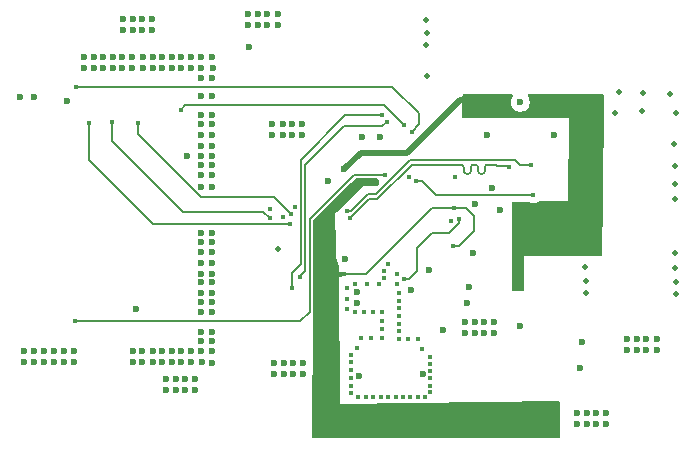
<source format=gbl>
G04 #@! TF.GenerationSoftware,KiCad,Pcbnew,9.0.1*
G04 #@! TF.CreationDate,2025-08-05T19:10:54+03:00*
G04 #@! TF.ProjectId,com_board,636f6d5f-626f-4617-9264-2e6b69636164,rev?*
G04 #@! TF.SameCoordinates,Original*
G04 #@! TF.FileFunction,Copper,L4,Bot*
G04 #@! TF.FilePolarity,Positive*
%FSLAX46Y46*%
G04 Gerber Fmt 4.6, Leading zero omitted, Abs format (unit mm)*
G04 Created by KiCad (PCBNEW 9.0.1) date 2025-08-05 19:10:54*
%MOMM*%
%LPD*%
G01*
G04 APERTURE LIST*
G04 #@! TA.AperFunction,ViaPad*
%ADD10C,0.600000*%
G04 #@! TD*
G04 #@! TA.AperFunction,ViaPad*
%ADD11C,0.450000*%
G04 #@! TD*
G04 #@! TA.AperFunction,ViaPad*
%ADD12C,0.500000*%
G04 #@! TD*
G04 #@! TA.AperFunction,ViaPad*
%ADD13C,0.700000*%
G04 #@! TD*
G04 #@! TA.AperFunction,Conductor*
%ADD14C,0.200000*%
G04 #@! TD*
G04 #@! TA.AperFunction,Conductor*
%ADD15C,0.500000*%
G04 #@! TD*
G04 #@! TA.AperFunction,Conductor*
%ADD16C,0.150000*%
G04 #@! TD*
G04 APERTURE END LIST*
D10*
G04 #@! TO.N,GND*
X111099999Y-118430000D03*
X135659999Y-114540000D03*
D11*
X133950000Y-101370000D03*
D10*
X112460000Y-111930000D03*
X117299999Y-88530000D03*
X109970000Y-116060001D03*
X112490000Y-100330000D03*
D12*
X149780000Y-95780000D03*
D11*
X126010000Y-115030000D03*
D10*
X111600000Y-116060000D03*
D11*
X126407778Y-120000000D03*
D12*
X152650000Y-95930000D03*
D11*
X125507500Y-110450000D03*
X127663333Y-120000000D03*
D10*
X106699999Y-88010001D03*
X108329999Y-88010000D03*
X113340000Y-117090000D03*
D11*
X129200000Y-113786667D03*
D10*
X148530001Y-116010000D03*
X105840000Y-88940000D03*
X108379999Y-91240000D03*
D11*
X125170000Y-119034000D03*
D10*
X112490000Y-96140000D03*
D11*
X131810000Y-117205625D03*
D10*
X117299999Y-87600001D03*
X121089999Y-117100000D03*
X113420000Y-96140000D03*
X123240000Y-101730000D03*
X135490000Y-107840000D03*
X106630000Y-91230000D03*
D12*
X131540000Y-88050000D03*
D10*
X98320000Y-117060000D03*
X105770001Y-92160000D03*
X145149999Y-121370001D03*
X112460000Y-112790000D03*
X137289999Y-114540000D03*
X97460000Y-116130001D03*
X125649999Y-111130000D03*
X144290000Y-122300000D03*
X119459999Y-117100001D03*
X116439999Y-87600000D03*
X111630000Y-92160000D03*
X113420000Y-97770000D03*
X105000000Y-91230001D03*
X110000000Y-92160000D03*
X111959999Y-119360000D03*
X100850000Y-116120000D03*
D12*
X131550000Y-92850000D03*
D10*
X100850002Y-117050000D03*
X120229999Y-117100000D03*
X113410000Y-102200000D03*
X134960000Y-112040000D03*
X112490000Y-97770000D03*
X146779999Y-122300000D03*
X108329999Y-88940000D03*
X106930000Y-112560000D03*
D11*
X129040000Y-109600000D03*
X126522500Y-110450000D03*
D10*
X112490000Y-106110000D03*
D11*
X125170000Y-116418000D03*
D10*
X130250000Y-110960000D03*
D11*
X130016667Y-115080000D03*
D12*
X147480000Y-95920000D03*
D10*
X144289999Y-121370000D03*
D11*
X129200000Y-111846667D03*
D10*
X108380001Y-92170000D03*
X120989999Y-97840000D03*
X110770000Y-91230000D03*
D11*
X129200000Y-114433333D03*
D10*
X101659999Y-116080000D03*
X113430000Y-92130000D03*
D11*
X131810000Y-116594911D03*
D10*
X103379999Y-91240000D03*
X112470000Y-92120000D03*
D11*
X130070000Y-101344732D03*
D10*
X112510000Y-117020000D03*
X112480000Y-92990000D03*
X98310000Y-94620000D03*
X112450000Y-114460000D03*
X113380000Y-108680000D03*
X98319998Y-116130000D03*
X99140001Y-116130000D03*
X113410000Y-98710000D03*
D11*
X127960000Y-109310000D03*
D10*
X112480000Y-98710000D03*
D11*
X127733333Y-112770000D03*
X131430000Y-120000000D03*
D10*
X104140000Y-91230000D03*
D11*
X125170000Y-117072000D03*
D10*
X118069999Y-87600000D03*
X99990000Y-117050000D03*
D12*
X147800000Y-94140000D03*
D11*
X120390000Y-103920000D03*
D10*
X124670000Y-108320000D03*
D12*
X145079771Y-110163066D03*
D10*
X134799999Y-113610000D03*
X112450000Y-109540000D03*
D12*
X145000000Y-109000000D03*
D10*
X108349999Y-116070000D03*
D11*
X127750000Y-114276667D03*
D10*
X110740001Y-116990000D03*
D11*
X124820000Y-112555000D03*
D10*
X113390000Y-111160000D03*
D11*
X126880000Y-115030000D03*
D10*
X136660000Y-97790000D03*
X107490001Y-116070001D03*
X113380000Y-109540000D03*
X112490000Y-106880000D03*
X113420000Y-101190000D03*
X104140001Y-92160000D03*
X121089999Y-118030000D03*
X109140001Y-92160000D03*
X151020000Y-115080000D03*
X134800000Y-114540000D03*
D12*
X145020000Y-111220000D03*
D11*
X130174444Y-120000000D03*
D10*
X109110001Y-116990000D03*
X137120000Y-102315000D03*
D12*
X152660000Y-110220000D03*
D10*
X112490000Y-91220000D03*
D11*
X131810000Y-117816339D03*
D12*
X118950000Y-107460000D03*
D10*
X111600000Y-116990000D03*
X111100000Y-119360000D03*
X97135000Y-94610000D03*
X127630000Y-97960000D03*
X136430000Y-114540000D03*
X132980000Y-114340000D03*
X106680000Y-116060000D03*
X99140002Y-117060000D03*
X111959999Y-118430000D03*
X135120000Y-110650000D03*
X126040000Y-97990000D03*
D11*
X127960000Y-109940000D03*
D10*
X109469999Y-118430000D03*
D11*
X128291111Y-120000000D03*
X129200000Y-111200000D03*
D10*
X151020000Y-116010000D03*
X148530000Y-115080000D03*
D11*
X127750000Y-113523333D03*
D10*
X106679999Y-116989999D03*
X113410000Y-94520000D03*
X139480000Y-95050000D03*
D11*
X129200000Y-115080000D03*
D10*
X112480000Y-102200000D03*
D11*
X131810000Y-119037767D03*
D10*
X131250000Y-118040000D03*
X107520001Y-91240001D03*
X112490000Y-107740000D03*
X113420000Y-106110000D03*
X103380001Y-92170000D03*
D11*
X131120000Y-115910000D03*
D10*
X112460000Y-111160000D03*
X110329999Y-118430001D03*
X106699999Y-88940000D03*
D11*
X130830000Y-115080000D03*
D10*
X112460000Y-115220000D03*
X125820000Y-118240000D03*
D11*
X129200000Y-112493333D03*
D10*
X112460000Y-116080000D03*
X113410000Y-99570000D03*
D11*
X125170000Y-119688000D03*
D10*
X119359999Y-96910001D03*
X135659999Y-113610001D03*
X112490000Y-96910000D03*
D11*
X125170000Y-118380000D03*
D10*
X99990002Y-116120001D03*
X146779999Y-121370000D03*
X139480000Y-113950000D03*
X144550000Y-117580000D03*
X112460000Y-110300000D03*
X135660000Y-103620000D03*
X113390000Y-110300000D03*
D11*
X130802222Y-120000000D03*
D10*
X125649999Y-112060004D03*
D12*
X152520000Y-98560000D03*
D10*
X145919999Y-121370000D03*
X109470000Y-119360000D03*
D11*
X131810000Y-118427053D03*
D10*
X150160001Y-116010000D03*
X119459999Y-118030000D03*
X116440000Y-88530000D03*
D12*
X152600000Y-100420000D03*
D10*
X113420000Y-107740000D03*
X101140000Y-94940000D03*
X118929999Y-88530000D03*
X149390000Y-115080001D03*
X113380000Y-114460000D03*
X109970000Y-116990000D03*
X137806235Y-104195992D03*
X118500000Y-97840000D03*
D11*
X127750000Y-115030000D03*
D10*
X111630000Y-91230000D03*
D11*
X129200000Y-113140000D03*
D12*
X149860000Y-94250000D03*
D10*
X113420000Y-91220000D03*
D12*
X131530000Y-90220000D03*
D11*
X125680000Y-115830000D03*
D10*
X120230000Y-118030000D03*
X118599999Y-117100000D03*
D11*
X119390000Y-104720000D03*
D10*
X105000000Y-92160000D03*
X145920000Y-122300000D03*
X131730000Y-109270000D03*
X107470000Y-88940000D03*
D11*
X126990000Y-112770000D03*
D10*
X149390000Y-116010000D03*
D11*
X129546667Y-120000000D03*
D10*
X112480000Y-94520000D03*
X145149999Y-122300000D03*
X120989999Y-96910000D03*
X119359999Y-97840000D03*
D11*
X124820000Y-111665000D03*
D10*
X113390000Y-112790000D03*
X118929999Y-87600000D03*
X120130000Y-97840000D03*
X110740000Y-116060000D03*
X112450000Y-108680000D03*
D11*
X131810000Y-119590000D03*
D10*
X102519999Y-92170000D03*
X101660000Y-117010000D03*
D11*
X126246666Y-112770000D03*
D10*
X105770000Y-91230000D03*
X110000000Y-91230001D03*
D11*
X118280000Y-104060000D03*
X124820000Y-110775000D03*
D10*
X118499999Y-96910000D03*
X110329999Y-119360000D03*
X136429999Y-113610000D03*
D12*
X152660000Y-111240000D03*
D10*
X97459998Y-117060000D03*
X111300000Y-99590000D03*
X144670000Y-115310000D03*
X113390000Y-115220000D03*
X113390000Y-116080000D03*
X108350001Y-117000000D03*
X107469999Y-88010000D03*
X107489999Y-117000000D03*
D12*
X152560000Y-103270000D03*
D10*
X105839999Y-88010000D03*
D11*
X133650000Y-105130000D03*
D10*
X137289999Y-113610000D03*
X118600000Y-118030000D03*
D11*
X128300000Y-108710000D03*
X128918889Y-120000000D03*
D10*
X109140000Y-91230000D03*
X150160000Y-115080000D03*
X113420000Y-96910000D03*
X142320000Y-97840000D03*
X110770001Y-92160000D03*
X112490000Y-101190000D03*
D12*
X152600000Y-107780000D03*
D10*
X118070000Y-88530000D03*
D11*
X129060000Y-110440000D03*
D12*
X152580000Y-101970000D03*
D10*
X113390000Y-111930000D03*
D11*
X125170000Y-117726000D03*
D12*
X131559587Y-89133958D03*
D10*
X113420000Y-106880000D03*
X102520001Y-91240001D03*
X112480000Y-99570000D03*
X120129999Y-96910000D03*
D11*
X127035556Y-120000000D03*
D10*
X106630000Y-92160000D03*
D11*
X125780000Y-120000000D03*
D10*
X113420000Y-93000000D03*
X113420000Y-100330000D03*
D12*
X152120000Y-94330000D03*
D11*
X127537500Y-110450000D03*
D12*
X152623707Y-109041670D03*
D10*
X109110000Y-116060000D03*
X107519999Y-92170000D03*
D11*
X125503333Y-112770000D03*
G04 #@! TO.N,3.3V_VDD*
X133800000Y-107240000D03*
D10*
X138740000Y-121900000D03*
X125970000Y-121830000D03*
X124840000Y-122930000D03*
D11*
X122210000Y-108520000D03*
D10*
X142380000Y-120690000D03*
X142380000Y-123000000D03*
X134630000Y-121900000D03*
X133500000Y-122980000D03*
X132390000Y-121880000D03*
X132380000Y-122980000D03*
X124850000Y-121830000D03*
X131260000Y-122980000D03*
X130320000Y-122960000D03*
X129200000Y-122960000D03*
X131270000Y-121880000D03*
X126910000Y-121850000D03*
X123790000Y-122920000D03*
X128030000Y-121850000D03*
D11*
X133900000Y-103970000D03*
D10*
X136690000Y-121900000D03*
X128020000Y-122950000D03*
D11*
X124550000Y-109620000D03*
D10*
X137620000Y-121900000D03*
X126900000Y-122950000D03*
X136680000Y-123000000D03*
X135570000Y-121900000D03*
X130330000Y-121860000D03*
X134620000Y-123000000D03*
X139680000Y-121900000D03*
X139670000Y-123000000D03*
X137610000Y-123000000D03*
D11*
X127190000Y-101900000D03*
D10*
X125960000Y-122930000D03*
X135560000Y-123000000D03*
X129210000Y-121860000D03*
X142380000Y-121900000D03*
X141000000Y-121900000D03*
X140980000Y-123000000D03*
X133510000Y-121880000D03*
X116510000Y-90390000D03*
X123800000Y-121820000D03*
X138730000Y-123000000D03*
D13*
G04 #@! TO.N,VBUS*
X144670000Y-95150000D03*
X135600000Y-94830000D03*
D10*
X124580000Y-100700000D03*
D13*
X139690000Y-104140000D03*
X139240000Y-108330000D03*
D11*
G04 #@! TO.N,Net-(IC1-DEC4)*
X134292504Y-104920001D03*
X129610000Y-110030000D03*
G04 #@! TO.N,/UBS_D-*
X124780000Y-104210000D03*
X140420000Y-100380000D03*
G04 #@! TO.N,/SPI_CLK*
X102970000Y-96790000D03*
X120020000Y-105380000D03*
G04 #@! TO.N,/SPI_MOSI*
X120097300Y-104532418D03*
X107090000Y-96790000D03*
G04 #@! TO.N,/BU-01_RSTn*
X101750000Y-113560000D03*
X128055000Y-101210707D03*
G04 #@! TO.N,/SPI_CS*
X129613000Y-96947000D03*
X110720000Y-95700000D03*
G04 #@! TO.N,/BU-01_IRQ*
X130280000Y-97530000D03*
X101860000Y-93730000D03*
G04 #@! TO.N,/UART_TX*
X130660000Y-101720000D03*
X140580000Y-102880000D03*
G04 #@! TO.N,/UBS_D+*
X138530000Y-100480000D03*
X125070000Y-104830000D03*
G04 #@! TO.N,/SPI_MISO*
X118270000Y-104860000D03*
X104910000Y-96750000D03*
G04 #@! TO.N,/SWDIO*
X120835172Y-109875001D03*
X128170000Y-96680000D03*
G04 #@! TO.N,/SWDCLK*
X127760000Y-96130000D03*
X120170000Y-110740000D03*
G04 #@! TD*
D14*
G04 #@! TO.N,3.3V_VDD*
X134270000Y-107240000D02*
X133800000Y-107240000D01*
X135580000Y-104689943D02*
X135580000Y-105930000D01*
X135580000Y-105930000D02*
X134270000Y-107240000D01*
X134860057Y-103970000D02*
X135580000Y-104689943D01*
X132030000Y-103970000D02*
X126380000Y-109620000D01*
X126380000Y-109620000D02*
X124550000Y-109620000D01*
X133900000Y-103970000D02*
X132030000Y-103970000D01*
X133900000Y-103970000D02*
X134860057Y-103970000D01*
D15*
G04 #@! TO.N,VBUS*
X135600000Y-94830000D02*
X134341858Y-94830000D01*
X125980000Y-99300000D02*
X124580000Y-100700000D01*
X134341858Y-94830000D02*
X129871858Y-99300000D01*
X129871858Y-99300000D02*
X125980000Y-99300000D01*
D16*
G04 #@! TO.N,Net-(IC1-DEC4)*
X132000000Y-106100000D02*
X133430000Y-106100000D01*
X130730000Y-109360000D02*
X130730000Y-107370000D01*
X130730000Y-107370000D02*
X132000000Y-106100000D01*
X134292504Y-105237496D02*
X134292504Y-104920001D01*
X133430000Y-106100000D02*
X134292504Y-105237496D01*
X130060000Y-110030000D02*
X130730000Y-109360000D01*
X129610000Y-110030000D02*
X130060000Y-110030000D01*
G04 #@! TO.N,/UBS_D-*
X135269061Y-99910000D02*
X130147156Y-99910000D01*
X139490000Y-100380000D02*
X139020000Y-99910000D01*
X124780356Y-104209644D02*
X124780000Y-104210000D01*
X135377803Y-99910000D02*
X135269061Y-99910000D01*
X139020000Y-99910000D02*
X135377803Y-99910000D01*
X140420000Y-100380000D02*
X139490000Y-100380000D01*
X130147156Y-99910000D02*
X127227156Y-102830000D01*
X125170356Y-104209644D02*
X124780356Y-104209644D01*
X127227156Y-102830000D02*
X126550000Y-102830000D01*
X126550000Y-102830000D02*
X125170356Y-104209644D01*
G04 #@! TO.N,/SPI_CLK*
X120020000Y-105380000D02*
X108420000Y-105380000D01*
X108420000Y-105380000D02*
X102970000Y-99930000D01*
X102970000Y-99930000D02*
X102970000Y-96790000D01*
G04 #@! TO.N,/SPI_MOSI*
X107090000Y-96790000D02*
X107110000Y-96770000D01*
X112434000Y-103054000D02*
X107090000Y-97710000D01*
X120097300Y-104532418D02*
X120082418Y-104532418D01*
X120082418Y-104532418D02*
X118604000Y-103054000D01*
X118604000Y-103054000D02*
X112434000Y-103054000D01*
X107090000Y-97710000D02*
X107090000Y-96790000D01*
G04 #@! TO.N,/BU-01_RSTn*
X121640000Y-112780000D02*
X120860000Y-113560000D01*
X120860000Y-113560000D02*
X101750000Y-113560000D01*
X128054293Y-101210000D02*
X125380000Y-101210000D01*
X125380000Y-101210000D02*
X121640000Y-104950000D01*
X121640000Y-104950000D02*
X121640000Y-112780000D01*
X128055000Y-101210707D02*
X128054293Y-101210000D01*
G04 #@! TO.N,/SPI_CS*
X111130000Y-95290000D02*
X110720000Y-95700000D01*
X127956000Y-95290000D02*
X111130000Y-95290000D01*
X129613000Y-96947000D02*
X127956000Y-95290000D01*
G04 #@! TO.N,/BU-01_IRQ*
X130910000Y-96900000D02*
X130910000Y-95980000D01*
X130910000Y-95980000D02*
X128660000Y-93730000D01*
X128660000Y-93730000D02*
X101860000Y-93730000D01*
X130280000Y-97530000D02*
X130910000Y-96900000D01*
G04 #@! TO.N,/UART_TX*
X140570000Y-102890000D02*
X140580000Y-102880000D01*
X130660000Y-101720000D02*
X131190000Y-101720000D01*
X131190000Y-101720000D02*
X132360000Y-102890000D01*
X132360000Y-102890000D02*
X140570000Y-102890000D01*
G04 #@! TO.N,/UBS_D+*
X136733588Y-100310000D02*
X136853588Y-100310000D01*
X125396987Y-104492487D02*
X126659474Y-103230000D01*
X135893588Y-100550000D02*
X135893588Y-100856107D01*
X137530000Y-100410000D02*
X138460000Y-100410000D01*
X130312844Y-100310000D02*
X134453588Y-100310000D01*
X137040000Y-100310000D02*
X137430000Y-100310000D01*
X135293588Y-100856083D02*
X135293588Y-100550000D01*
X135533588Y-100310000D02*
X135653588Y-100310000D01*
X126659474Y-103230000D02*
X127392844Y-103230000D01*
X127392844Y-103230000D02*
X130312844Y-100310000D01*
X136493588Y-100856107D02*
X136493588Y-100550000D01*
X125070000Y-104830000D02*
X125070000Y-104820000D01*
X125396987Y-104493013D02*
X125396987Y-104492487D01*
X134693588Y-100550000D02*
X134693588Y-100856083D01*
X136853588Y-100310000D02*
X137040000Y-100310000D01*
X134933588Y-101096083D02*
X135053588Y-101096083D01*
X136133588Y-101096107D02*
X136253588Y-101096107D01*
X137430000Y-100310000D02*
X137530000Y-100410000D01*
X125070000Y-104820000D02*
X125396987Y-104493013D01*
X138460000Y-100410000D02*
X138530000Y-100480000D01*
X136253588Y-101096107D02*
G75*
G03*
X136493607Y-100856107I12J240007D01*
G01*
X135893588Y-100856107D02*
G75*
G03*
X136133588Y-101096112I240012J7D01*
G01*
X136493588Y-100550000D02*
G75*
G02*
X136733588Y-100309988I240012J0D01*
G01*
X134453588Y-100310000D02*
G75*
G02*
X134693600Y-100550000I12J-240000D01*
G01*
X135053588Y-101096083D02*
G75*
G03*
X135293583Y-100856083I12J239983D01*
G01*
X135653588Y-100310000D02*
G75*
G02*
X135893600Y-100550000I12J-240000D01*
G01*
X134693588Y-100856083D02*
G75*
G03*
X134933588Y-101096112I240012J-17D01*
G01*
X135293588Y-100550000D02*
G75*
G02*
X135533588Y-100309988I240012J0D01*
G01*
G04 #@! TO.N,/SPI_MISO*
X104910000Y-96750000D02*
X104910000Y-98300000D01*
X110900000Y-104290000D02*
X117700000Y-104290000D01*
X104910000Y-98300000D02*
X110900000Y-104290000D01*
X117700000Y-104290000D02*
X118270000Y-104860000D01*
G04 #@! TO.N,/SWDIO*
X124560000Y-97040000D02*
X127810000Y-97040000D01*
X127810000Y-97040000D02*
X128170000Y-96680000D01*
X120835172Y-109875001D02*
X120835172Y-109770348D01*
X121275566Y-109329954D02*
X121275566Y-100324434D01*
X121275566Y-100324434D02*
X124560000Y-97040000D01*
X120835172Y-109770348D02*
X121275566Y-109329954D01*
G04 #@! TO.N,/SWDCLK*
X120924566Y-99905434D02*
X124680000Y-96150000D01*
X127760000Y-96180876D02*
X127760000Y-96130000D01*
X120170000Y-109500000D02*
X120924566Y-108745434D01*
X127729124Y-96150000D02*
X127760000Y-96180876D01*
X120170000Y-110740000D02*
X120170000Y-109500000D01*
X120924566Y-108745434D02*
X120924566Y-99905434D01*
X124680000Y-96150000D02*
X127729124Y-96150000D01*
G04 #@! TD*
G04 #@! TA.AperFunction,Conductor*
G04 #@! TO.N,3.3V_VDD*
G36*
X124317485Y-109435355D02*
G01*
X124317487Y-109435355D01*
X124384209Y-109444886D01*
X124384213Y-109444888D01*
X124561570Y-109470224D01*
X124590031Y-109477824D01*
X124611450Y-109486381D01*
X124659121Y-109520282D01*
X124664232Y-109526174D01*
X124665662Y-109528946D01*
X124666403Y-109529528D01*
X124667308Y-109532136D01*
X124691062Y-109578181D01*
X124693176Y-109586893D01*
X124693676Y-109643233D01*
X124690716Y-109656450D01*
X124667592Y-109705480D01*
X124658565Y-109717086D01*
X124616740Y-109751564D01*
X124591082Y-109764567D01*
X124565551Y-109774145D01*
X124191468Y-109869150D01*
X124191466Y-109869151D01*
X124191465Y-109869151D01*
X124169523Y-109874723D01*
X124164668Y-109413524D01*
X124317485Y-109435355D01*
G37*
G04 #@! TD.AperFunction*
G04 #@! TD*
G04 #@! TA.AperFunction,Conductor*
G04 #@! TO.N,3.3V_VDD*
G36*
X127433039Y-101505185D02*
G01*
X127478794Y-101557989D01*
X127490000Y-101609500D01*
X127490000Y-101940029D01*
X127493490Y-102009807D01*
X127477178Y-102077746D01*
X127426725Y-102126081D01*
X127369645Y-102140000D01*
X126250000Y-102140000D01*
X124720817Y-103599219D01*
X124719167Y-103600765D01*
X123970961Y-104289115D01*
X123969047Y-104290840D01*
X123800000Y-104439999D01*
X123839999Y-107209952D01*
X123859999Y-108100000D01*
X124153444Y-108950989D01*
X124160211Y-108990107D01*
X124164667Y-109413523D01*
X124164668Y-109413524D01*
X124169523Y-109874722D01*
X124169523Y-109874723D01*
X124169996Y-109919622D01*
X124169998Y-109920000D01*
X124170000Y-109920000D01*
X124250000Y-120600000D01*
X142685800Y-120331806D01*
X142753117Y-120350513D01*
X142799635Y-120402646D01*
X142811592Y-120454203D01*
X142849024Y-123373910D01*
X142830200Y-123441197D01*
X142777987Y-123487625D01*
X142725034Y-123499500D01*
X121965295Y-123499500D01*
X121898256Y-123479815D01*
X121852501Y-123427011D01*
X121841296Y-123374903D01*
X121841301Y-123373910D01*
X121891674Y-112916385D01*
X121901110Y-112869538D01*
X121915500Y-112834800D01*
X121915500Y-112725200D01*
X121915500Y-107970583D01*
X121915501Y-107969986D01*
X121919162Y-107209952D01*
X121929320Y-105101057D01*
X121949328Y-105034115D01*
X121965629Y-105013985D01*
X123790988Y-103188626D01*
X123793049Y-103186615D01*
X125161660Y-101883874D01*
X125544265Y-101519684D01*
X125606395Y-101487721D01*
X125629758Y-101485500D01*
X127366000Y-101485500D01*
X127433039Y-101505185D01*
G37*
G04 #@! TD.AperFunction*
G04 #@! TD*
G04 #@! TA.AperFunction,Conductor*
G04 #@! TO.N,VBUS*
G36*
X138820023Y-94369685D02*
G01*
X138865778Y-94422489D01*
X138875722Y-94491647D01*
X138856086Y-94542891D01*
X138770609Y-94670814D01*
X138770602Y-94670827D01*
X138710264Y-94816498D01*
X138710261Y-94816510D01*
X138679500Y-94971153D01*
X138679500Y-95128846D01*
X138710261Y-95283489D01*
X138710264Y-95283501D01*
X138770602Y-95429172D01*
X138770609Y-95429185D01*
X138858210Y-95560288D01*
X138858213Y-95560292D01*
X138969707Y-95671786D01*
X138969711Y-95671789D01*
X139100814Y-95759390D01*
X139100827Y-95759397D01*
X139246498Y-95819735D01*
X139246503Y-95819737D01*
X139401153Y-95850499D01*
X139401156Y-95850500D01*
X139401158Y-95850500D01*
X139558844Y-95850500D01*
X139558845Y-95850499D01*
X139713497Y-95819737D01*
X139859179Y-95759394D01*
X139990289Y-95671789D01*
X140101789Y-95560289D01*
X140189394Y-95429179D01*
X140249737Y-95283497D01*
X140280500Y-95128842D01*
X140280500Y-94971158D01*
X140280500Y-94971155D01*
X140280499Y-94971153D01*
X140249738Y-94816510D01*
X140249737Y-94816503D01*
X140249735Y-94816498D01*
X140189397Y-94670827D01*
X140189390Y-94670814D01*
X140103914Y-94542891D01*
X140083036Y-94476214D01*
X140101520Y-94408833D01*
X140153499Y-94362143D01*
X140207016Y-94350000D01*
X146444725Y-94350000D01*
X146511764Y-94369685D01*
X146557519Y-94422489D01*
X146568718Y-94475267D01*
X146477757Y-103370000D01*
X146431257Y-107917082D01*
X146410887Y-107983917D01*
X146357618Y-108029129D01*
X146307076Y-108039814D01*
X139841085Y-108030046D01*
X139810000Y-108030000D01*
X139809999Y-108030000D01*
X139790818Y-110916824D01*
X139770689Y-110983731D01*
X139717582Y-111029134D01*
X139666821Y-111040000D01*
X138893825Y-111040000D01*
X138826786Y-111020315D01*
X138781031Y-110967511D01*
X138769825Y-110916162D01*
X138760261Y-103589662D01*
X138779858Y-103522597D01*
X138832602Y-103476773D01*
X138884261Y-103465500D01*
X140112784Y-103465500D01*
X140179823Y-103485185D01*
X140181635Y-103486372D01*
X140236347Y-103522929D01*
X140368380Y-103577619D01*
X140368384Y-103577619D01*
X140368385Y-103577620D01*
X140508542Y-103605500D01*
X140508545Y-103605500D01*
X140651457Y-103605500D01*
X140745751Y-103586742D01*
X140791620Y-103577619D01*
X140923653Y-103522929D01*
X141042479Y-103443532D01*
X141069724Y-103416286D01*
X141131043Y-103382803D01*
X141156872Y-103379971D01*
X143540000Y-103370000D01*
X143640000Y-96390000D01*
X143639999Y-96389999D01*
X143640000Y-96389999D01*
X134656580Y-96350555D01*
X134589627Y-96330576D01*
X134544105Y-96277572D01*
X134533163Y-96223459D01*
X134576977Y-94470899D01*
X134598331Y-94404374D01*
X134652262Y-94359953D01*
X134700938Y-94350000D01*
X138752984Y-94350000D01*
X138820023Y-94369685D01*
G37*
G04 #@! TD.AperFunction*
G04 #@! TD*
M02*

</source>
